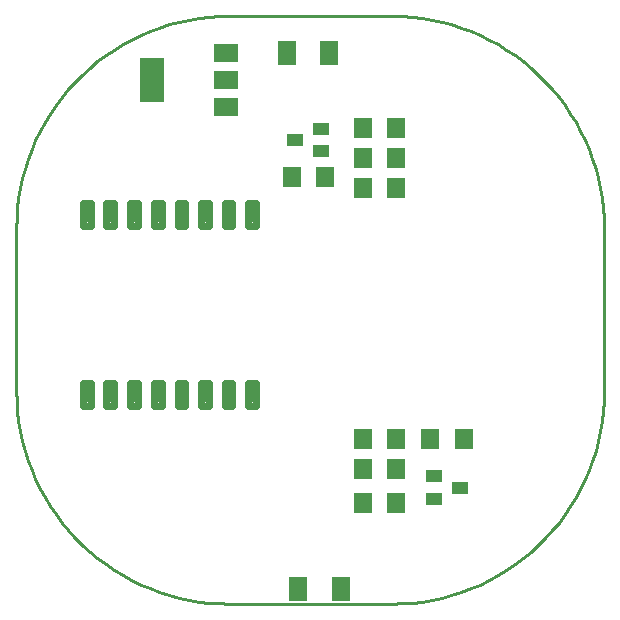
<source format=gtp>
G75*
G70*
%OFA0B0*%
%FSLAX24Y24*%
%IPPOS*%
%LPD*%
%AMOC8*
5,1,8,0,0,1.08239X$1,22.5*
%
%ADD10C,0.0100*%
%ADD11C,0.0245*%
%ADD12R,0.0551X0.0394*%
%ADD13R,0.0630X0.0710*%
%ADD14R,0.0630X0.0709*%
%ADD15R,0.0790X0.0590*%
%ADD16R,0.0790X0.1500*%
%ADD17R,0.0591X0.0827*%
D10*
X007766Y000751D02*
X013187Y000751D01*
X013187Y000750D02*
X013524Y000758D01*
X013861Y000782D01*
X014196Y000822D01*
X014528Y000878D01*
X014858Y000950D01*
X015184Y001037D01*
X015505Y001140D01*
X015821Y001258D01*
X016131Y001390D01*
X016434Y001538D01*
X016731Y001699D01*
X017019Y001875D01*
X017298Y002064D01*
X017568Y002266D01*
X017828Y002481D01*
X018078Y002708D01*
X018316Y002946D01*
X018543Y003196D01*
X018758Y003456D01*
X018960Y003726D01*
X019149Y004005D01*
X019325Y004294D01*
X019486Y004590D01*
X019634Y004893D01*
X019766Y005203D01*
X019884Y005519D01*
X019987Y005840D01*
X020074Y006166D01*
X020146Y006496D01*
X020202Y006828D01*
X020242Y007163D01*
X020266Y007500D01*
X020274Y007837D01*
X020273Y007837D02*
X020273Y013258D01*
X020274Y013258D02*
X020266Y013595D01*
X020242Y013932D01*
X020202Y014267D01*
X020146Y014599D01*
X020074Y014929D01*
X019987Y015255D01*
X019884Y015576D01*
X019766Y015892D01*
X019634Y016202D01*
X019486Y016505D01*
X019325Y016802D01*
X019149Y017090D01*
X018960Y017369D01*
X018758Y017639D01*
X018543Y017899D01*
X018316Y018149D01*
X018078Y018387D01*
X017828Y018614D01*
X017568Y018829D01*
X017298Y019031D01*
X017019Y019220D01*
X016731Y019396D01*
X016434Y019557D01*
X016131Y019705D01*
X015821Y019837D01*
X015505Y019955D01*
X015184Y020058D01*
X014858Y020145D01*
X014528Y020217D01*
X014196Y020273D01*
X013861Y020313D01*
X013524Y020337D01*
X013187Y020345D01*
X007766Y020345D01*
X007429Y020337D01*
X007092Y020313D01*
X006757Y020273D01*
X006425Y020217D01*
X006095Y020145D01*
X005769Y020058D01*
X005448Y019955D01*
X005132Y019837D01*
X004822Y019705D01*
X004519Y019557D01*
X004222Y019396D01*
X003934Y019220D01*
X003655Y019031D01*
X003385Y018829D01*
X003125Y018614D01*
X002875Y018387D01*
X002637Y018149D01*
X002410Y017899D01*
X002195Y017639D01*
X001993Y017369D01*
X001804Y017090D01*
X001628Y016802D01*
X001467Y016505D01*
X001319Y016202D01*
X001187Y015892D01*
X001069Y015576D01*
X000966Y015255D01*
X000879Y014929D01*
X000807Y014599D01*
X000751Y014267D01*
X000711Y013932D01*
X000687Y013595D01*
X000679Y013258D01*
X000679Y007837D01*
X000687Y007500D01*
X000711Y007163D01*
X000751Y006828D01*
X000807Y006496D01*
X000879Y006166D01*
X000966Y005840D01*
X001069Y005519D01*
X001187Y005203D01*
X001319Y004893D01*
X001467Y004590D01*
X001628Y004294D01*
X001804Y004005D01*
X001993Y003726D01*
X002195Y003456D01*
X002410Y003196D01*
X002637Y002946D01*
X002875Y002708D01*
X003125Y002481D01*
X003385Y002266D01*
X003655Y002064D01*
X003934Y001875D01*
X004222Y001699D01*
X004519Y001538D01*
X004822Y001390D01*
X005132Y001258D01*
X005448Y001140D01*
X005769Y001037D01*
X006095Y000950D01*
X006425Y000878D01*
X006757Y000822D01*
X007092Y000782D01*
X007429Y000758D01*
X007766Y000750D01*
D11*
X007877Y007349D02*
X007877Y008105D01*
X007877Y007349D02*
X007621Y007349D01*
X007621Y008105D01*
X007877Y008105D01*
X007877Y007593D02*
X007621Y007593D01*
X007621Y007837D02*
X007877Y007837D01*
X007877Y008081D02*
X007621Y008081D01*
X007096Y008105D02*
X007096Y007349D01*
X006840Y007349D01*
X006840Y008105D01*
X007096Y008105D01*
X007096Y007593D02*
X006840Y007593D01*
X006840Y007837D02*
X007096Y007837D01*
X007096Y008081D02*
X006840Y008081D01*
X006314Y008105D02*
X006314Y007349D01*
X006058Y007349D01*
X006058Y008105D01*
X006314Y008105D01*
X006314Y007593D02*
X006058Y007593D01*
X006058Y007837D02*
X006314Y007837D01*
X006314Y008081D02*
X006058Y008081D01*
X005533Y008105D02*
X005533Y007349D01*
X005277Y007349D01*
X005277Y008105D01*
X005533Y008105D01*
X005533Y007593D02*
X005277Y007593D01*
X005277Y007837D02*
X005533Y007837D01*
X005533Y008081D02*
X005277Y008081D01*
X004721Y008105D02*
X004721Y007349D01*
X004465Y007349D01*
X004465Y008105D01*
X004721Y008105D01*
X004721Y007593D02*
X004465Y007593D01*
X004465Y007837D02*
X004721Y007837D01*
X004721Y008081D02*
X004465Y008081D01*
X003939Y008105D02*
X003939Y007349D01*
X003683Y007349D01*
X003683Y008105D01*
X003939Y008105D01*
X003939Y007593D02*
X003683Y007593D01*
X003683Y007837D02*
X003939Y007837D01*
X003939Y008081D02*
X003683Y008081D01*
X003158Y008105D02*
X003158Y007349D01*
X002902Y007349D01*
X002902Y008105D01*
X003158Y008105D01*
X003158Y007593D02*
X002902Y007593D01*
X002902Y007837D02*
X003158Y007837D01*
X003158Y008081D02*
X002902Y008081D01*
X008658Y008105D02*
X008658Y007349D01*
X008402Y007349D01*
X008402Y008105D01*
X008658Y008105D01*
X008658Y007593D02*
X008402Y007593D01*
X008402Y007837D02*
X008658Y007837D01*
X008658Y008081D02*
X008402Y008081D01*
X008658Y013349D02*
X008658Y014105D01*
X008658Y013349D02*
X008402Y013349D01*
X008402Y014105D01*
X008658Y014105D01*
X008658Y013593D02*
X008402Y013593D01*
X008402Y013837D02*
X008658Y013837D01*
X008658Y014081D02*
X008402Y014081D01*
X007877Y014105D02*
X007877Y013349D01*
X007621Y013349D01*
X007621Y014105D01*
X007877Y014105D01*
X007877Y013593D02*
X007621Y013593D01*
X007621Y013837D02*
X007877Y013837D01*
X007877Y014081D02*
X007621Y014081D01*
X007096Y014105D02*
X007096Y013349D01*
X006840Y013349D01*
X006840Y014105D01*
X007096Y014105D01*
X007096Y013593D02*
X006840Y013593D01*
X006840Y013837D02*
X007096Y013837D01*
X007096Y014081D02*
X006840Y014081D01*
X006314Y014105D02*
X006314Y013349D01*
X006058Y013349D01*
X006058Y014105D01*
X006314Y014105D01*
X006314Y013593D02*
X006058Y013593D01*
X006058Y013837D02*
X006314Y013837D01*
X006314Y014081D02*
X006058Y014081D01*
X005533Y014105D02*
X005533Y013349D01*
X005277Y013349D01*
X005277Y014105D01*
X005533Y014105D01*
X005533Y013593D02*
X005277Y013593D01*
X005277Y013837D02*
X005533Y013837D01*
X005533Y014081D02*
X005277Y014081D01*
X004721Y014105D02*
X004721Y013349D01*
X004465Y013349D01*
X004465Y014105D01*
X004721Y014105D01*
X004721Y013593D02*
X004465Y013593D01*
X004465Y013837D02*
X004721Y013837D01*
X004721Y014081D02*
X004465Y014081D01*
X003939Y014105D02*
X003939Y013349D01*
X003683Y013349D01*
X003683Y014105D01*
X003939Y014105D01*
X003939Y013593D02*
X003683Y013593D01*
X003683Y013837D02*
X003939Y013837D01*
X003939Y014081D02*
X003683Y014081D01*
X003158Y014105D02*
X003158Y013349D01*
X002902Y013349D01*
X002902Y014105D01*
X003158Y014105D01*
X003158Y013593D02*
X002902Y013593D01*
X002902Y013837D02*
X003158Y013837D01*
X003158Y014081D02*
X002902Y014081D01*
D12*
X009985Y016211D03*
X010851Y015837D03*
X010851Y016585D03*
X014599Y004994D03*
X014599Y004246D03*
X015465Y004620D03*
D13*
X015591Y006242D03*
X014472Y006242D03*
X013345Y006242D03*
X013345Y005244D03*
X012225Y005244D03*
X012225Y006242D03*
X012233Y014592D03*
X012225Y015602D03*
X013345Y015602D03*
X013353Y014592D03*
X010982Y014961D03*
X009862Y014961D03*
D14*
X012226Y016616D03*
X013328Y016616D03*
X013336Y004120D03*
X012234Y004120D03*
D15*
X007682Y017310D03*
X007682Y018210D03*
X007682Y019110D03*
D16*
X005202Y018200D03*
D17*
X009701Y019114D03*
X011119Y019114D03*
X011497Y001250D03*
X010080Y001250D03*
M02*

</source>
